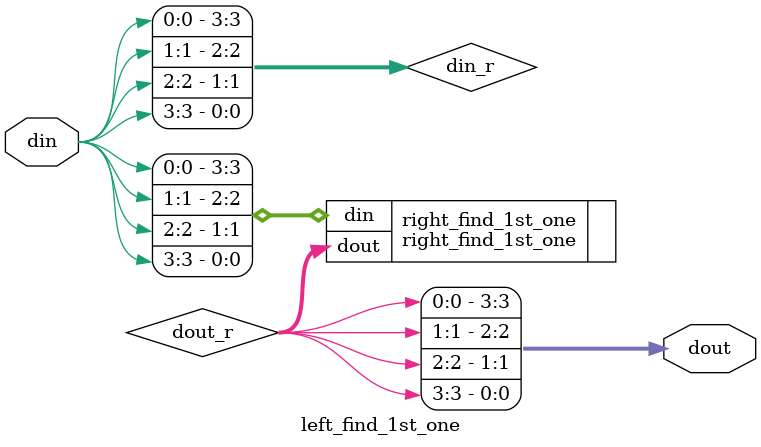
<source format=v>
module left_find_1st_one (din, dout);
   parameter WIDTH = 4;

   input [WIDTH-1:0] din;
   output [WIDTH-1:0] dout;


   wire [WIDTH-1:0]   din_r, dout_r;

   genvar          i;
   generate
      for (i=0; i<WIDTH; i=i+1) begin: reverse_din
         assign din_r[i] = din[WIDTH-1-i];
      end
   endgenerate

   right_find_1st_one #(.WIDTH (WIDTH))
     right_find_1st_one (.din (din_r), 
                         .dout (dout_r));

   generate
      for (i=0; i<WIDTH; i=i+1) begin: reverse_dout
         assign dout[i] = dout_r[WIDTH-1-i];
      end
   endgenerate

endmodule

</source>
